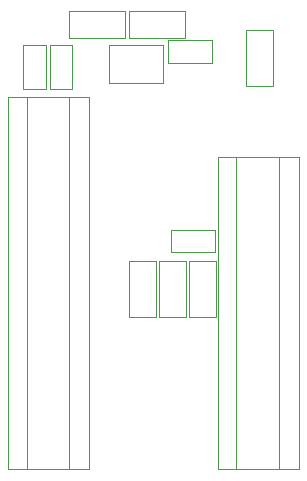
<source format=gbr>
%TF.GenerationSoftware,KiCad,Pcbnew,(5.1.10)-1*%
%TF.CreationDate,2022-01-07T18:41:25+01:00*%
%TF.ProjectId,M5StampC3,4d355374-616d-4704-9333-2e6b69636164,rev?*%
%TF.SameCoordinates,Original*%
%TF.FileFunction,Other,User*%
%FSLAX46Y46*%
G04 Gerber Fmt 4.6, Leading zero omitted, Abs format (unit mm)*
G04 Created by KiCad (PCBNEW (5.1.10)-1) date 2022-01-07 18:41:25*
%MOMM*%
%LPD*%
G01*
G04 APERTURE LIST*
%ADD10C,0.050000*%
G04 APERTURE END LIST*
D10*
%TO.C,J6*%
X132400000Y-53572000D02*
X136000000Y-53572000D01*
X132400000Y-80022000D02*
X132400000Y-53572000D01*
X136000000Y-80022000D02*
X132400000Y-80022000D01*
X136000000Y-53572000D02*
X136000000Y-80022000D01*
%TO.C,J5*%
X114700000Y-48492000D02*
X118300000Y-48492000D01*
X114700000Y-80042000D02*
X114700000Y-48492000D01*
X118300000Y-80042000D02*
X114700000Y-80042000D01*
X118300000Y-48492000D02*
X118300000Y-80042000D01*
%TO.C,R5*%
X130628000Y-59756000D02*
X126928000Y-59756000D01*
X130628000Y-61656000D02*
X130628000Y-59756000D01*
X126928000Y-61656000D02*
X130628000Y-61656000D01*
X126928000Y-59756000D02*
X126928000Y-61656000D01*
%TO.C,D8*%
X123310000Y-62420000D02*
X125610000Y-62420000D01*
X125610000Y-67120000D02*
X125610000Y-62420000D01*
X123310000Y-67120000D02*
X125610000Y-67120000D01*
X123310000Y-62420000D02*
X123310000Y-67120000D01*
%TO.C,D7*%
X125850000Y-62420000D02*
X128150000Y-62420000D01*
X128150000Y-67120000D02*
X128150000Y-62420000D01*
X125850000Y-67120000D02*
X128150000Y-67120000D01*
X125850000Y-62420000D02*
X125850000Y-67120000D01*
%TO.C,D6*%
X128390000Y-62420000D02*
X130690000Y-62420000D01*
X130690000Y-67120000D02*
X130690000Y-62420000D01*
X128390000Y-67120000D02*
X130690000Y-67120000D01*
X128390000Y-62420000D02*
X128390000Y-67120000D01*
%TO.C,J2*%
X137740000Y-53602000D02*
X137740000Y-80002000D01*
X137740000Y-80002000D02*
X130840000Y-80002000D01*
X130840000Y-80002000D02*
X130840000Y-53602000D01*
X130840000Y-53602000D02*
X137740000Y-53602000D01*
%TO.C,J1*%
X119960000Y-48508000D02*
X119960000Y-80008000D01*
X119960000Y-80008000D02*
X113060000Y-80008000D01*
X113060000Y-80008000D02*
X113060000Y-48508000D01*
X113060000Y-48508000D02*
X119960000Y-48508000D01*
%TO.C,L1*%
X121672000Y-44140000D02*
X121672000Y-47300000D01*
X121672000Y-47300000D02*
X126232000Y-47300000D01*
X126232000Y-47300000D02*
X126232000Y-44140000D01*
X126232000Y-44140000D02*
X121672000Y-44140000D01*
%TO.C,R2*%
X116652000Y-47824000D02*
X118552000Y-47824000D01*
X118552000Y-47824000D02*
X118552000Y-44124000D01*
X118552000Y-44124000D02*
X116652000Y-44124000D01*
X116652000Y-44124000D02*
X116652000Y-47824000D01*
%TO.C,D1*%
X128080000Y-41268000D02*
X123380000Y-41268000D01*
X123380000Y-41268000D02*
X123380000Y-43568000D01*
X123380000Y-43568000D02*
X128080000Y-43568000D01*
X128080000Y-41268000D02*
X128080000Y-43568000D01*
%TO.C,D2*%
X133216000Y-42862000D02*
X133216000Y-47562000D01*
X133216000Y-47562000D02*
X135516000Y-47562000D01*
X135516000Y-47562000D02*
X135516000Y-42862000D01*
X133216000Y-42862000D02*
X135516000Y-42862000D01*
%TO.C,D3*%
X123000000Y-41268000D02*
X118300000Y-41268000D01*
X118300000Y-41268000D02*
X118300000Y-43568000D01*
X118300000Y-43568000D02*
X123000000Y-43568000D01*
X123000000Y-41268000D02*
X123000000Y-43568000D01*
%TO.C,C12*%
X130404000Y-45684000D02*
X130404000Y-43724000D01*
X130404000Y-43724000D02*
X126644000Y-43724000D01*
X126644000Y-43724000D02*
X126644000Y-45684000D01*
X126644000Y-45684000D02*
X130404000Y-45684000D01*
%TO.C,C10*%
X114336000Y-47854000D02*
X116296000Y-47854000D01*
X116296000Y-47854000D02*
X116296000Y-44094000D01*
X116296000Y-44094000D02*
X114336000Y-44094000D01*
X114336000Y-44094000D02*
X114336000Y-47854000D01*
%TD*%
M02*

</source>
